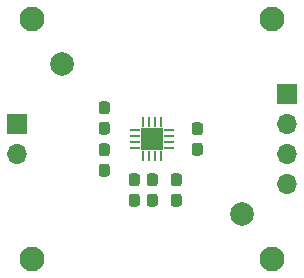
<source format=gts>
%TF.GenerationSoftware,KiCad,Pcbnew,(5.1.10)-1*%
%TF.CreationDate,2021-05-28T12:23:57-05:00*%
%TF.ProjectId,ldo-power-board,6c646f2d-706f-4776-9572-2d626f617264,v01*%
%TF.SameCoordinates,Original*%
%TF.FileFunction,Soldermask,Top*%
%TF.FilePolarity,Negative*%
%FSLAX46Y46*%
G04 Gerber Fmt 4.6, Leading zero omitted, Abs format (unit mm)*
G04 Created by KiCad (PCBNEW (5.1.10)-1) date 2021-05-28 12:23:57*
%MOMM*%
%LPD*%
G01*
G04 APERTURE LIST*
%ADD10R,1.854200X1.854200*%
%ADD11R,0.254000X0.812800*%
%ADD12R,0.812800X0.254000*%
%ADD13C,2.100000*%
%ADD14O,1.700000X1.700000*%
%ADD15R,1.700000X1.700000*%
%ADD16C,2.000000*%
G04 APERTURE END LIST*
D10*
%TO.C,U1*%
X142240000Y-101600000D03*
D11*
X141489999Y-100152200D03*
X141990000Y-100152200D03*
X142490000Y-100152200D03*
X142990001Y-100152200D03*
D12*
X143687800Y-100849999D03*
X143687800Y-101350000D03*
X143687800Y-101850000D03*
X143687800Y-102350001D03*
D11*
X142990001Y-103047800D03*
X142490000Y-103047800D03*
X141990000Y-103047800D03*
X141489999Y-103047800D03*
D12*
X140792200Y-102350001D03*
X140792200Y-101850000D03*
X140792200Y-101350000D03*
X140792200Y-100849999D03*
%TD*%
D13*
%TO.C,H4*%
X152400000Y-91440000D03*
%TD*%
%TO.C,H3*%
X152400000Y-111760000D03*
%TD*%
D14*
%TO.C,J2*%
X153670000Y-105410000D03*
X153670000Y-102870000D03*
X153670000Y-100330000D03*
D15*
X153670000Y-97790000D03*
%TD*%
D14*
%TO.C,J1*%
X130810000Y-102870000D03*
D15*
X130810000Y-100330000D03*
%TD*%
D13*
%TO.C,H2*%
X132080000Y-111760000D03*
%TD*%
%TO.C,H1*%
X132080000Y-91440000D03*
%TD*%
D16*
%TO.C,FID2*%
X149860000Y-107950000D03*
%TD*%
%TO.C,FID1*%
X134620000Y-95250000D03*
%TD*%
%TO.C,C6*%
G36*
G01*
X146287500Y-101275000D02*
X145812500Y-101275000D01*
G75*
G02*
X145575000Y-101037500I0J237500D01*
G01*
X145575000Y-100437500D01*
G75*
G02*
X145812500Y-100200000I237500J0D01*
G01*
X146287500Y-100200000D01*
G75*
G02*
X146525000Y-100437500I0J-237500D01*
G01*
X146525000Y-101037500D01*
G75*
G02*
X146287500Y-101275000I-237500J0D01*
G01*
G37*
G36*
G01*
X146287500Y-103000000D02*
X145812500Y-103000000D01*
G75*
G02*
X145575000Y-102762500I0J237500D01*
G01*
X145575000Y-102162500D01*
G75*
G02*
X145812500Y-101925000I237500J0D01*
G01*
X146287500Y-101925000D01*
G75*
G02*
X146525000Y-102162500I0J-237500D01*
G01*
X146525000Y-102762500D01*
G75*
G02*
X146287500Y-103000000I-237500J0D01*
G01*
G37*
%TD*%
%TO.C,C5*%
G36*
G01*
X137938500Y-103703000D02*
X138413500Y-103703000D01*
G75*
G02*
X138651000Y-103940500I0J-237500D01*
G01*
X138651000Y-104540500D01*
G75*
G02*
X138413500Y-104778000I-237500J0D01*
G01*
X137938500Y-104778000D01*
G75*
G02*
X137701000Y-104540500I0J237500D01*
G01*
X137701000Y-103940500D01*
G75*
G02*
X137938500Y-103703000I237500J0D01*
G01*
G37*
G36*
G01*
X137938500Y-101978000D02*
X138413500Y-101978000D01*
G75*
G02*
X138651000Y-102215500I0J-237500D01*
G01*
X138651000Y-102815500D01*
G75*
G02*
X138413500Y-103053000I-237500J0D01*
G01*
X137938500Y-103053000D01*
G75*
G02*
X137701000Y-102815500I0J237500D01*
G01*
X137701000Y-102215500D01*
G75*
G02*
X137938500Y-101978000I237500J0D01*
G01*
G37*
%TD*%
%TO.C,C4*%
G36*
G01*
X138413500Y-99497000D02*
X137938500Y-99497000D01*
G75*
G02*
X137701000Y-99259500I0J237500D01*
G01*
X137701000Y-98659500D01*
G75*
G02*
X137938500Y-98422000I237500J0D01*
G01*
X138413500Y-98422000D01*
G75*
G02*
X138651000Y-98659500I0J-237500D01*
G01*
X138651000Y-99259500D01*
G75*
G02*
X138413500Y-99497000I-237500J0D01*
G01*
G37*
G36*
G01*
X138413500Y-101222000D02*
X137938500Y-101222000D01*
G75*
G02*
X137701000Y-100984500I0J237500D01*
G01*
X137701000Y-100384500D01*
G75*
G02*
X137938500Y-100147000I237500J0D01*
G01*
X138413500Y-100147000D01*
G75*
G02*
X138651000Y-100384500I0J-237500D01*
G01*
X138651000Y-100984500D01*
G75*
G02*
X138413500Y-101222000I-237500J0D01*
G01*
G37*
%TD*%
%TO.C,C3*%
G36*
G01*
X140478500Y-106243000D02*
X140953500Y-106243000D01*
G75*
G02*
X141191000Y-106480500I0J-237500D01*
G01*
X141191000Y-107080500D01*
G75*
G02*
X140953500Y-107318000I-237500J0D01*
G01*
X140478500Y-107318000D01*
G75*
G02*
X140241000Y-107080500I0J237500D01*
G01*
X140241000Y-106480500D01*
G75*
G02*
X140478500Y-106243000I237500J0D01*
G01*
G37*
G36*
G01*
X140478500Y-104518000D02*
X140953500Y-104518000D01*
G75*
G02*
X141191000Y-104755500I0J-237500D01*
G01*
X141191000Y-105355500D01*
G75*
G02*
X140953500Y-105593000I-237500J0D01*
G01*
X140478500Y-105593000D01*
G75*
G02*
X140241000Y-105355500I0J237500D01*
G01*
X140241000Y-104755500D01*
G75*
G02*
X140478500Y-104518000I237500J0D01*
G01*
G37*
%TD*%
%TO.C,C2*%
G36*
G01*
X142002500Y-106243000D02*
X142477500Y-106243000D01*
G75*
G02*
X142715000Y-106480500I0J-237500D01*
G01*
X142715000Y-107080500D01*
G75*
G02*
X142477500Y-107318000I-237500J0D01*
G01*
X142002500Y-107318000D01*
G75*
G02*
X141765000Y-107080500I0J237500D01*
G01*
X141765000Y-106480500D01*
G75*
G02*
X142002500Y-106243000I237500J0D01*
G01*
G37*
G36*
G01*
X142002500Y-104518000D02*
X142477500Y-104518000D01*
G75*
G02*
X142715000Y-104755500I0J-237500D01*
G01*
X142715000Y-105355500D01*
G75*
G02*
X142477500Y-105593000I-237500J0D01*
G01*
X142002500Y-105593000D01*
G75*
G02*
X141765000Y-105355500I0J237500D01*
G01*
X141765000Y-104755500D01*
G75*
G02*
X142002500Y-104518000I237500J0D01*
G01*
G37*
%TD*%
%TO.C,C1*%
G36*
G01*
X144034500Y-106243000D02*
X144509500Y-106243000D01*
G75*
G02*
X144747000Y-106480500I0J-237500D01*
G01*
X144747000Y-107080500D01*
G75*
G02*
X144509500Y-107318000I-237500J0D01*
G01*
X144034500Y-107318000D01*
G75*
G02*
X143797000Y-107080500I0J237500D01*
G01*
X143797000Y-106480500D01*
G75*
G02*
X144034500Y-106243000I237500J0D01*
G01*
G37*
G36*
G01*
X144034500Y-104518000D02*
X144509500Y-104518000D01*
G75*
G02*
X144747000Y-104755500I0J-237500D01*
G01*
X144747000Y-105355500D01*
G75*
G02*
X144509500Y-105593000I-237500J0D01*
G01*
X144034500Y-105593000D01*
G75*
G02*
X143797000Y-105355500I0J237500D01*
G01*
X143797000Y-104755500D01*
G75*
G02*
X144034500Y-104518000I237500J0D01*
G01*
G37*
%TD*%
M02*

</source>
